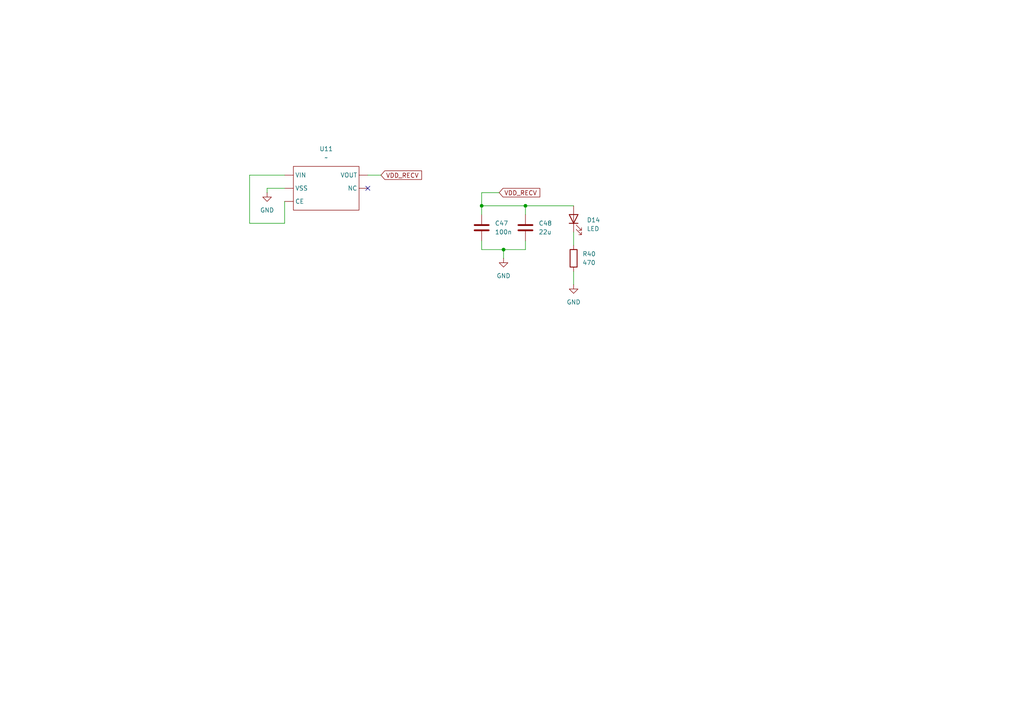
<source format=kicad_sch>
(kicad_sch (version 20250114) (generator "eeschema") (generator_version "9.0")
  (paper "A4")
  (lib_symbols
    (symbol "Device:C" (pin_numbers (hide yes)) (pin_names (offset 0.254))
      (property "Reference" "C" (at 0.635 2.54 0))
      (property "Value" "C" (at 0.635 -2.54 0))
      (symbol "C_0_1"
        (polyline (pts (xy -2.032 0.762) (xy 2.032 0.762)) (stroke (width 0.508)))
        (polyline (pts (xy -2.032 -0.762) (xy 2.032 -0.762)) (stroke (width 0.508)))
      )
      (symbol "C_1_1"
        (pin passive line (at 0 3.81 270) (length 2.794) (name "~") (number "1"))
        (pin passive line (at 0 -3.81 90) (length 2.794) (name "~") (number "2"))
      )
    )
    (symbol "Device:LED" (pin_numbers (hide yes)) (pin_names (offset 1.016) (hide yes))
      (property "Reference" "D" (at 0 2.54 0))
      (property "Value" "LED" (at 0 -2.54 0))
      (symbol "LED_0_1"
        (polyline (pts (xy -3.048 -0.762) (xy -4.572 -2.286) (xy -3.81 -2.286) (xy -4.572 -2.286) (xy -4.572 -1.524)))
        (polyline (pts (xy -1.778 -0.762) (xy -3.302 -2.286) (xy -2.54 -2.286) (xy -3.302 -2.286) (xy -3.302 -1.524)))
        (polyline (pts (xy -1.27 0) (xy 1.27 0)))
        (polyline (pts (xy -1.27 -1.27) (xy -1.27 1.27)) (stroke (width 0.254)))
        (polyline (pts (xy 1.27 -1.27) (xy 1.27 1.27) (xy -1.27 0) (xy 1.27 -1.27)) (stroke (width 0.254)))
      )
      (symbol "LED_1_1"
        (pin passive line (at -3.81 0 0) (length 2.54) (name "K") (number "1"))
        (pin passive line (at 3.81 0 180) (length 2.54) (name "A") (number "2"))
      )
    )
    (symbol "Device:R" (pin_numbers (hide yes)) (pin_names (offset 0))
      (property "Reference" "R" (at 2.032 0 90))
      (property "Value" "R" (at 0 0 90))
      (symbol "R_0_1"
        (rectangle (start -1.016 -2.54) (end 1.016 2.54) (stroke (width 0.254)))
      )
      (symbol "R_1_1"
        (pin passive line (at 0 3.81 270) (length 1.27) (name "~") (number "1"))
        (pin passive line (at 0 -3.81 90) (length 1.27) (name "~") (number "2"))
      )
    )
    (symbol "fclib:ME6217C33M5G"
      (property "Reference" "U" (at 0 0 0))
      (symbol "ME6217C33M5G_0_1"
        (rectangle (start 6.35 -3.81) (end 25.4 -16.51))
      )
      (symbol "ME6217C33M5G_1_1"
        (pin input line (at 3.81 -6.35 0) (length 2.54) (name "VIN") (number ""))
        (pin input line (at 3.81 -10.16 0) (length 2.54) (name "VSS") (number ""))
        (pin input line (at 3.81 -13.97 0) (length 2.54) (name "CE") (number ""))
        (pin input line (at 27.94 -6.35 180) (length 2.54) (name "VOUT") (number ""))
        (pin input line (at 27.94 -10.16 180) (length 2.54) (name "NC") (number ""))
      )
    )
    (symbol "power:GND" (power) (pin_numbers (hide yes)) (pin_names (offset 0) (hide yes))
      (property "Value" "GND" (at 0 -3.81 0))
      (symbol "GND_0_1"
        (polyline (pts (xy 0 0) (xy 0 -1.27) (xy 1.27 -1.27) (xy 0 -2.54) (xy -1.27 -1.27) (xy 0 -1.27)))
      )
      (symbol "GND_1_1"
        (pin power_in line (at 0 0 270) (length 0) (name "~") (number "1"))
      )
    )
  )
  (junction (at 146.05 72.39))
  (junction (at 152.4 59.69))
  (junction (at 139.7 59.69))
  (no_connect (at 106.68 54.61))
  (wire (pts (xy 106.68 50.8) (xy 110.49 50.8)))
  (wire (pts (xy 139.7 69.85) (xy 139.7 72.39)))
  (wire (pts (xy 77.47 55.88) (xy 77.47 54.61)))
  (wire (pts (xy 77.47 54.61) (xy 82.55 54.61)))
  (wire (pts (xy 82.55 64.77) (xy 72.39 64.77)))
  (wire (pts (xy 72.39 50.8) (xy 82.55 50.8)))
  (wire (pts (xy 139.7 59.69) (xy 139.7 62.23)))
  (wire (pts (xy 152.4 69.85) (xy 152.4 72.39)))
  (wire (pts (xy 72.39 64.77) (xy 72.39 50.8)))
  (wire (pts (xy 166.37 78.74) (xy 166.37 82.55)))
  (wire (pts (xy 152.4 62.23) (xy 152.4 59.69)))
  (wire (pts (xy 144.78 55.88) (xy 139.7 55.88)))
  (wire (pts (xy 166.37 67.31) (xy 166.37 71.12)))
  (wire (pts (xy 152.4 59.69) (xy 166.37 59.69)))
  (wire (pts (xy 152.4 72.39) (xy 146.05 72.39)))
  (wire (pts (xy 152.4 59.69) (xy 139.7 59.69)))
  (wire (pts (xy 139.7 55.88) (xy 139.7 59.69)))
  (wire (pts (xy 139.7 72.39) (xy 146.05 72.39)))
  (wire (pts (xy 146.05 72.39) (xy 146.05 74.93)))
  (wire (pts (xy 82.55 58.42) (xy 82.55 64.77)))
  (global_label "VDD_RECV" (shape input) (at 110.49 50.8 0) (property "Intersheetrefs" "${INTERSHEET_REFS}" (effects (hide yes))))
  (global_label "VDD_RECV" (shape input) (at 144.78 55.88 0) (property "Intersheetrefs" "${INTERSHEET_REFS}" (effects (hide yes))))
  (symbol (lib_id "Device:C") (at 152.4 66.04 0) (unit 1)
    (property "Reference" "C48" (at 156.21 64.7699 0) (effects (justify left)))
    (property "Value" "22u" (at 156.21 67.3099 0) (effects (justify left)))
    (property "Description" "Unpolarized capacitor" (effects (hide yes)))
  )
  (symbol (lib_id "power:GND") (at 146.05 74.93 0) (unit 1)
    (property "Reference" "#PWR042" (effects (hide yes)))
    (property "Value" "GND" (at 146.05 80.01 0))
    (property "Description" "Power symbol creates a global label with name \"GND\" , ground" (effects (hide yes)))
  )
  (symbol (lib_id "power:GND") (at 77.47 55.88 0) (unit 1)
    (property "Reference" "#PWR041" (effects (hide yes)))
    (property "Value" "GND" (at 77.47 60.96 0))
    (property "Description" "Power symbol creates a global label with name \"GND\" , ground" (effects (hide yes)))
  )
  (symbol (lib_id "power:GND") (at 166.37 82.55 0) (unit 1)
    (property "Reference" "#PWR043" (effects (hide yes)))
    (property "Value" "GND" (at 166.37 87.63 0))
    (property "Description" "Power symbol creates a global label with name \"GND\" , ground" (effects (hide yes)))
  )
  (symbol (lib_id "fclib:ME6217C33M5G") (at 78.74 44.45 0) (unit 1)
    (property "Reference" "U11" (at 94.615 43.18 0))
    (property "Value" "~" (at 94.615 45.72 0))
  )
  (symbol (lib_id "Device:LED") (at 166.37 63.5 90) (unit 1)
    (property "Reference" "D14" (at 170.18 63.8174 90) (effects (justify right)))
    (property "Value" "LED" (at 170.18 66.3574 90) (effects (justify right)))
    (property "Description" "Light emitting diode" (effects (hide yes)))
    (property "Sim.Pins" "1=K 2=A" (effects (hide yes)))
  )
  (symbol (lib_id "Device:R") (at 166.37 74.93 0) (unit 1)
    (property "Reference" "R40" (at 168.91 73.6599 0) (effects (justify left)))
    (property "Value" "470" (at 168.91 76.1999 0) (effects (justify left)))
    (property "Description" "Resistor" (effects (hide yes)))
  )
  (symbol (lib_id "Device:C") (at 139.7 66.04 0) (unit 1)
    (property "Reference" "C47" (at 143.51 64.7699 0) (effects (justify left)))
    (property "Value" "100n" (at 143.51 67.3099 0) (effects (justify left)))
    (property "Description" "Unpolarized capacitor" (effects (hide yes)))
  )
)
</source>
